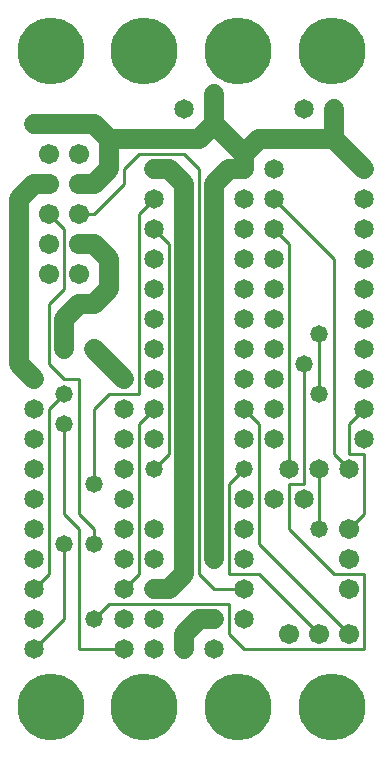
<source format=gtl>
%MOIN*%
%FSLAX25Y25*%
G04 D10 used for Character Trace; *
G04     Circle (OD=.01000) (No hole)*
G04 D11 used for Power Trace; *
G04     Circle (OD=.06500) (No hole)*
G04 D12 used for Signal Trace; *
G04     Circle (OD=.01100) (No hole)*
G04 D13 used for Via; *
G04     Circle (OD=.05800) (Round. Hole ID=.02800)*
G04 D14 used for Component hole; *
G04     Circle (OD=.06500) (Round. Hole ID=.03500)*
G04 D15 used for Component hole; *
G04     Circle (OD=.06700) (Round. Hole ID=.04300)*
G04 D16 used for Component hole; *
G04     Circle (OD=.08100) (Round. Hole ID=.05100)*
G04 D17 used for Component hole; *
G04     Circle (OD=.08900) (Round. Hole ID=.05900)*
G04 D18 used for Component hole; *
G04     Circle (OD=.11300) (Round. Hole ID=.08300)*
G04 D19 used for Component hole; *
G04     Circle (OD=.16000) (Round. Hole ID=.13000)*
G04 D20 used for Component hole; *
G04     Circle (OD=.18300) (Round. Hole ID=.15300)*
G04 D21 used for Component hole; *
G04     Circle (OD=.22291) (Round. Hole ID=.19291)*
%ADD10C,.01000*%
%ADD11C,.06500*%
%ADD12C,.01100*%
%ADD13C,.05800*%
%ADD14C,.06500*%
%ADD15C,.06700*%
%ADD16C,.08100*%
%ADD17C,.08900*%
%ADD18C,.11300*%
%ADD19C,.16000*%
%ADD20C,.18300*%
%ADD21C,.22291*%
%IPPOS*%
%LPD*%
G90*X0Y0D02*D21*X15625Y15625D03*D12*              
X25000Y35000D02*X40000D01*D14*D03*X50000Y45000D03*
D13*X30000D03*D12*X35000Y50000D01*X75000D01*      
Y40000D01*X80000Y35000D01*X120000D01*Y60000D01*   
X110000D01*X95000Y75000D01*Y90000D01*X100000D01*  
Y130000D01*D13*D03*X105000Y140000D03*D12*         
Y120000D01*D13*D03*D12*X115000Y100000D02*         
Y110000D01*Y100000D02*X120000D01*Y80000D01*       
X115000Y75000D01*D15*D03*D13*X105000D03*D12*      
Y95000D01*D14*D03*D12*X115000D02*                 
X110000Y100000D01*D14*X115000Y95000D03*D12*       
X110000Y100000D02*Y165000D01*X90000Y185000D01*D14*
D03*X80000Y195000D03*D11*X75000D01*               
X70000Y190000D01*Y85000D01*D14*D03*D11*Y75000D01* 
D13*D03*D11*Y65000D01*D13*D03*D12*X75000Y60000D02*
X85000D01*X105000Y40000D01*D15*D03*X115000D03*D12*
X85000Y70000D01*Y110000D01*X80000Y115000D01*D14*  
D03*X90000Y105000D03*Y125000D03*Y115000D03*       
X80000Y125000D03*Y105000D03*X90000Y135000D03*     
X80000D03*D13*Y95000D03*D12*X75000Y90000D01*      
Y60000D01*D14*X80000Y55000D03*D12*X70000D01*      
X65000Y60000D01*Y195000D01*X60000Y200000D01*      
X45000D01*X40000Y195000D01*Y190000D01*            
X30000Y180000D01*X25000D01*D15*D03*D12*           
X20000Y155000D02*Y175000D01*X15000Y150000D02*     
X20000Y155000D01*X15000Y130000D02*Y150000D01*     
X20000Y125000D02*X15000Y130000D01*                
X20000Y125000D02*X25000D01*Y80000D01*             
X30000Y75000D01*Y70000D01*D13*D03*D12*            
X25000Y35000D02*Y75000D01*X10000Y35000D02*        
X20000Y45000D01*D14*X10000Y35000D03*D12*          
X20000Y45000D02*Y70000D01*D13*D03*D12*            
X25000Y75000D02*X20000Y80000D01*Y110000D01*D13*   
D03*D12*X15000Y60000D02*Y115000D01*               
X10000Y55000D02*X15000Y60000D01*D14*              
X10000Y55000D03*Y65000D03*Y45000D03*Y75000D03*    
X40000Y85000D03*Y45000D03*Y55000D03*D12*          
X45000Y60000D01*Y110000D01*X50000Y115000D01*D14*  
D03*D12*X35000Y120000D02*X45000D01*               
X30000Y115000D02*X35000Y120000D01*X30000Y90000D02*
Y115000D01*D13*Y90000D03*D14*X40000Y95000D03*     
Y105000D03*Y75000D03*X50000D03*X10000Y105000D03*  
Y95000D03*D13*X50000D03*D12*X55000Y100000D01*     
Y170000D01*X50000Y175000D01*D14*D03*D12*          
X45000Y120000D02*Y180000D01*D14*X50000Y125000D03* 
X40000D03*D11*X30000Y135000D01*D14*D03*D11*       
X20000D02*Y145000D01*D14*Y135000D03*              
X10000Y125000D03*D11*X5000Y130000D01*Y185000D01*  
X10000Y190000D01*X15000D01*D15*D03*               
X25000Y200000D03*Y190000D03*D11*X30000D01*        
X35000Y195000D01*Y205000D01*X65000D01*            
X70000Y210000D01*X80000Y200000D01*Y195000D01*     
Y200000D02*X85000Y205000D01*X110000D01*           
X120000Y195000D01*D14*D03*D11*X110000Y205000D02*  
Y215000D01*D14*D03*X100000D03*X90000Y195000D03*   
D21*X109375Y234375D03*D14*X80000Y185000D03*D21*   
X78125Y234375D03*D14*X120000Y185000D03*           
X80000Y175000D03*X90000D03*D12*X95000Y170000D01*  
Y95000D01*D14*D03*X90000Y85000D03*X100000D03*     
X80000D03*Y75000D03*D12*X115000Y110000D02*        
X120000Y115000D01*D14*D03*Y125000D03*Y105000D03*  
Y135000D03*X90000Y145000D03*X120000D03*           
X80000Y155000D03*Y145000D03*X120000Y155000D03*    
X90000D03*X80000Y65000D03*D15*X115000D03*D14*     
X120000Y165000D03*X90000D03*X80000D03*D15*        
X115000Y55000D03*D14*X120000Y175000D03*           
X60000Y85000D03*D11*Y60000D01*X55000Y55000D01*    
X50000D01*D14*D03*X40000Y65000D03*X50000D03*D11*  
X60000Y40000D02*X65000Y45000D01*X60000Y35000D02*  
Y40000D01*D14*Y35000D03*D13*X70000Y45000D03*D11*  
X65000D01*D14*X70000Y35000D03*X80000Y45000D03*    
X50000Y35000D03*D21*X46875Y15625D03*D15*          
X95000Y40000D03*D21*X78125Y15625D03*D11*          
X60000Y85000D02*Y190000D01*X55000Y195000D01*      
X50000D01*D14*D03*Y185000D03*D12*X45000Y180000D01*
D11*X35000Y155000D02*Y165000D01*X30000Y150000D02* 
X35000Y155000D01*X25000Y150000D02*X30000D01*      
X20000Y145000D02*X25000Y150000D01*D15*Y160000D03* 
X15000D03*D11*X35000Y165000D02*X30000Y170000D01*  
X25000D01*D15*D03*D12*X20000Y175000D02*           
X15000Y180000D01*D15*D03*Y170000D03*Y200000D03*   
D11*X35000Y205000D02*X30000Y210000D01*X10000D01*  
D13*D03*D21*X15625Y234375D03*X46875D03*D14*       
X50000Y165000D03*X60000Y215000D03*                
X50000Y155000D03*D11*X70000Y210000D02*Y215000D01* 
D14*D03*D11*Y220000D01*D14*X50000Y145000D03*      
Y135000D03*D13*X20000Y120000D03*D12*              
X15000Y115000D01*D14*X10000D03*X40000D03*         
X10000Y85000D03*X50000Y105000D03*D21*             
X109375Y15625D03*M02*                             

</source>
